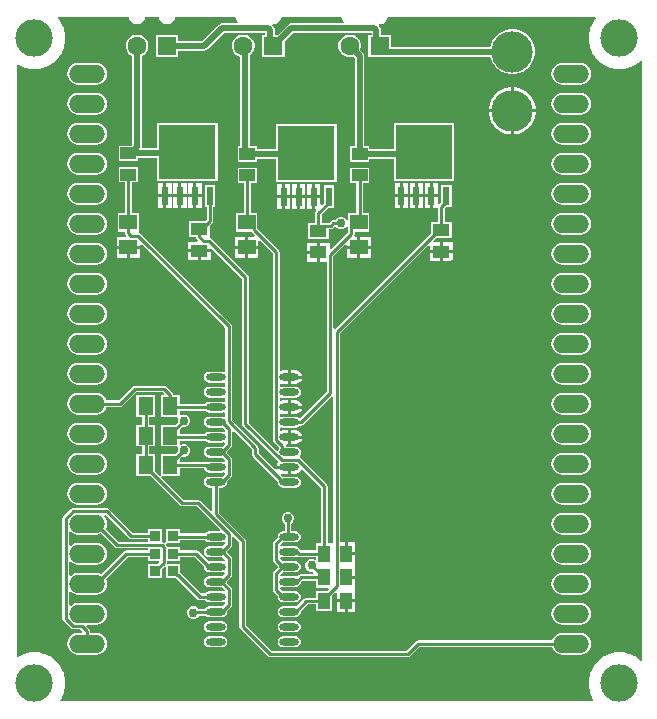
<source format=gtl>
G04*
G04 #@! TF.GenerationSoftware,Altium Limited,Altium Designer,22.11.1 (43)*
G04*
G04 Layer_Physical_Order=1*
G04 Layer_Color=255*
%FSLAX44Y44*%
%MOMM*%
G71*
G04*
G04 #@! TF.SameCoordinates,6F39B8F3-CC53-4608-B2D3-CFCE14ACC53A*
G04*
G04*
G04 #@! TF.FilePolarity,Positive*
G04*
G01*
G75*
%ADD14O,1.6500X0.6000*%
%ADD15R,1.3500X1.0000*%
%ADD16R,1.5000X1.2500*%
%ADD17R,1.4500X1.0500*%
%ADD18R,1.0500X1.4500*%
%ADD19R,0.9000X0.9000*%
%ADD20R,1.2500X1.5000*%
%ADD21R,0.6000X1.6200*%
%ADD36R,4.8000X4.5800*%
%ADD37C,0.2540*%
%ADD38C,0.5080*%
%ADD39R,1.6000X1.6000*%
%ADD40C,1.6000*%
%ADD41C,3.5000*%
%ADD42O,3.0480X1.5240*%
%ADD43C,3.1750*%
%ADD44C,0.6000*%
%ADD45C,0.7564*%
G36*
X285276Y589475D02*
X285755Y587689D01*
X286680Y586087D01*
X287353Y585414D01*
X286827Y584144D01*
X242700D01*
X241114Y583828D01*
X239770Y582930D01*
X231364Y574524D01*
X229144D01*
Y578066D01*
X228828Y579651D01*
X227930Y580996D01*
X226820Y582106D01*
X227346Y583376D01*
X228624D01*
X230411Y583855D01*
X232013Y584780D01*
X233320Y586087D01*
X234245Y587689D01*
X234724Y589475D01*
Y589751D01*
X285276D01*
Y589475D01*
D02*
G37*
G36*
X500828Y588481D02*
X500511Y588068D01*
X499848Y587313D01*
X498111Y584713D01*
X497667Y583812D01*
X497164Y582941D01*
X495967Y580052D01*
X495707Y579081D01*
X495384Y578130D01*
X494774Y575063D01*
X494709Y574060D01*
X494577Y573064D01*
Y569936D01*
X494709Y568940D01*
X494774Y567937D01*
X495384Y564870D01*
X495707Y563918D01*
X495967Y562948D01*
X497164Y560059D01*
X497667Y559188D01*
X498111Y558287D01*
X499848Y555687D01*
X500511Y554931D01*
X501123Y554134D01*
X503334Y551923D01*
X504132Y551311D01*
X504887Y550648D01*
X507487Y548911D01*
X508388Y548467D01*
X509259Y547964D01*
X512148Y546767D01*
X513119Y546507D01*
X514070Y546184D01*
X517137Y545574D01*
X518140Y545508D01*
X519136Y545377D01*
X522263D01*
X523260Y545508D01*
X524263Y545574D01*
X527330Y546184D01*
X528281Y546507D01*
X529252Y546767D01*
X532141Y547964D01*
X533012Y548467D01*
X533913Y548911D01*
X536513Y550648D01*
X537268Y551311D01*
X538066Y551923D01*
X538578Y552435D01*
X539751Y551949D01*
Y44951D01*
X538578Y44465D01*
X538066Y44977D01*
X537268Y45589D01*
X536513Y46252D01*
X533913Y47989D01*
X533012Y48433D01*
X532141Y48936D01*
X529252Y50132D01*
X528281Y50393D01*
X527330Y50716D01*
X524263Y51326D01*
X523260Y51392D01*
X522263Y51523D01*
X519136D01*
X518140Y51392D01*
X517137Y51326D01*
X514070Y50716D01*
X513119Y50393D01*
X512148Y50132D01*
X509259Y48936D01*
X508388Y48433D01*
X507487Y47989D01*
X504887Y46252D01*
X504132Y45589D01*
X503334Y44977D01*
X501123Y42766D01*
X500511Y41968D01*
X499848Y41213D01*
X498111Y38613D01*
X497667Y37712D01*
X497164Y36841D01*
X495967Y33952D01*
X495707Y32981D01*
X495384Y32030D01*
X494774Y28963D01*
X494709Y27960D01*
X494577Y26964D01*
Y23836D01*
X494709Y22840D01*
X494774Y21837D01*
X495384Y18770D01*
X495707Y17818D01*
X495967Y16848D01*
X497164Y13959D01*
X497667Y13088D01*
X498111Y12187D01*
X498659Y11368D01*
X498060Y10248D01*
X48040D01*
X47441Y11368D01*
X47989Y12187D01*
X48433Y13088D01*
X48936Y13959D01*
X50132Y16848D01*
X50393Y17819D01*
X50716Y18770D01*
X51326Y21837D01*
X51392Y22840D01*
X51523Y23836D01*
Y26964D01*
X51392Y27960D01*
X51326Y28963D01*
X50716Y32030D01*
X50393Y32981D01*
X50132Y33952D01*
X48936Y36841D01*
X48433Y37712D01*
X47989Y38613D01*
X46252Y41213D01*
X45589Y41968D01*
X44977Y42766D01*
X42766Y44977D01*
X41968Y45589D01*
X41213Y46252D01*
X38613Y47989D01*
X37712Y48433D01*
X36841Y48936D01*
X33952Y50132D01*
X32981Y50393D01*
X32030Y50716D01*
X28963Y51326D01*
X27960Y51392D01*
X26964Y51523D01*
X23836D01*
X22840Y51392D01*
X21837Y51326D01*
X18770Y50716D01*
X17819Y50393D01*
X16848Y50132D01*
X13959Y48936D01*
X13088Y48433D01*
X12187Y47989D01*
X11368Y47441D01*
X10248Y48040D01*
Y548860D01*
X11368Y549459D01*
X12187Y548911D01*
X13088Y548467D01*
X13959Y547964D01*
X16848Y546767D01*
X17819Y546507D01*
X18770Y546184D01*
X21837Y545574D01*
X22840Y545508D01*
X23836Y545377D01*
X26964D01*
X27960Y545508D01*
X28963Y545574D01*
X32030Y546184D01*
X32981Y546507D01*
X33952Y546767D01*
X36841Y547964D01*
X37712Y548467D01*
X38613Y548911D01*
X41213Y550648D01*
X41968Y551311D01*
X42766Y551923D01*
X44977Y554134D01*
X45589Y554932D01*
X46252Y555687D01*
X47989Y558287D01*
X48433Y559188D01*
X48936Y560059D01*
X50132Y562948D01*
X50393Y563919D01*
X50716Y564870D01*
X51326Y567937D01*
X51392Y568940D01*
X51523Y569936D01*
Y573064D01*
X51392Y574060D01*
X51326Y575063D01*
X50716Y578130D01*
X50393Y579081D01*
X50132Y580052D01*
X48936Y582941D01*
X48433Y583812D01*
X47989Y584713D01*
X46252Y587313D01*
X45589Y588069D01*
X45272Y588481D01*
X45791Y589751D01*
X105276D01*
Y589475D01*
X105755Y587689D01*
X106679Y586087D01*
X107987Y584780D01*
X109589Y583855D01*
X111375Y583376D01*
X113225D01*
X115011Y583855D01*
X116613Y584780D01*
X117921Y586087D01*
X118845Y587689D01*
X119324Y589475D01*
Y589751D01*
X130676D01*
Y589475D01*
X131155Y587689D01*
X132079Y586087D01*
X133387Y584780D01*
X134989Y583855D01*
X136775Y583376D01*
X138625D01*
X140411Y583855D01*
X142013Y584780D01*
X143321Y586087D01*
X144245Y587689D01*
X144724Y589475D01*
Y589751D01*
X195276D01*
Y589475D01*
X195755Y587689D01*
X196679Y586087D01*
X197353Y585414D01*
X196827Y584144D01*
X184196D01*
X182611Y583828D01*
X181266Y582930D01*
X167480Y569144D01*
X147224D01*
Y574524D01*
X128176D01*
Y555476D01*
X147224D01*
Y560857D01*
X169196D01*
X170782Y561172D01*
X172127Y562070D01*
X185913Y575856D01*
X220856D01*
Y574524D01*
X218176D01*
Y555476D01*
X237224D01*
Y568664D01*
X244416Y575856D01*
X310856D01*
Y574524D01*
X308176D01*
Y555476D01*
X327224D01*
Y555856D01*
X411428D01*
X411707Y554451D01*
X413141Y550989D01*
X415223Y547873D01*
X417873Y545223D01*
X420989Y543141D01*
X424451Y541707D01*
X428126Y540976D01*
X431874D01*
X435549Y541707D01*
X439011Y543141D01*
X442127Y545223D01*
X444777Y547873D01*
X446859Y550989D01*
X448293Y554451D01*
X449024Y558126D01*
Y561874D01*
X448293Y565549D01*
X446859Y569011D01*
X444777Y572127D01*
X442127Y574777D01*
X439011Y576859D01*
X435549Y578293D01*
X431874Y579024D01*
X428126D01*
X424451Y578293D01*
X420989Y576859D01*
X417873Y574777D01*
X415223Y572127D01*
X413141Y569011D01*
X411707Y565549D01*
X411428Y564143D01*
X327224D01*
Y574524D01*
X319144D01*
Y578066D01*
X318828Y579651D01*
X317930Y580996D01*
X316820Y582106D01*
X317346Y583376D01*
X318625D01*
X320411Y583855D01*
X322013Y584780D01*
X323321Y586087D01*
X324245Y587689D01*
X324724Y589475D01*
Y589751D01*
X500309D01*
X500828Y588481D01*
D02*
G37*
%LPC*%
G36*
X487619Y550522D02*
X472379D01*
X469992Y550208D01*
X467768Y549287D01*
X465858Y547821D01*
X464392Y545911D01*
X463470Y543686D01*
X463156Y541299D01*
X463470Y538912D01*
X464392Y536688D01*
X465858Y534778D01*
X467768Y533312D01*
X469992Y532391D01*
X472379Y532076D01*
X487619D01*
X490006Y532391D01*
X492230Y533312D01*
X494141Y534778D01*
X495606Y536688D01*
X496528Y538912D01*
X496842Y541299D01*
X496528Y543686D01*
X495606Y545911D01*
X494141Y547821D01*
X492230Y549287D01*
X490006Y550208D01*
X487619Y550522D01*
D02*
G37*
G36*
X77620D02*
X62380D01*
X59993Y550208D01*
X57768Y549287D01*
X55858Y547821D01*
X54393Y545911D01*
X53471Y543686D01*
X53157Y541299D01*
X53471Y538912D01*
X54393Y536688D01*
X55858Y534778D01*
X57768Y533312D01*
X59993Y532391D01*
X62380Y532076D01*
X77620D01*
X80007Y532391D01*
X82231Y533312D01*
X84141Y534778D01*
X85607Y536688D01*
X86529Y538912D01*
X86843Y541299D01*
X86529Y543686D01*
X85607Y545911D01*
X84141Y547821D01*
X82231Y549287D01*
X80007Y550208D01*
X77620Y550522D01*
D02*
G37*
G36*
X431974Y530040D02*
X431270D01*
Y511270D01*
X450040D01*
Y511974D01*
X449270Y515845D01*
X447759Y519492D01*
X445566Y522775D01*
X442775Y525566D01*
X439493Y527759D01*
X435846Y529270D01*
X431974Y530040D01*
D02*
G37*
G36*
X428730D02*
X428026D01*
X424155Y529270D01*
X420508Y527759D01*
X417225Y525566D01*
X414434Y522775D01*
X412241Y519492D01*
X410730Y515845D01*
X409960Y511974D01*
Y511270D01*
X428730D01*
Y530040D01*
D02*
G37*
G36*
X487619Y525122D02*
X472379D01*
X469992Y524808D01*
X467768Y523887D01*
X465858Y522421D01*
X464392Y520511D01*
X463470Y518287D01*
X463156Y515899D01*
X463470Y513512D01*
X464392Y511288D01*
X465858Y509378D01*
X467768Y507912D01*
X469992Y506991D01*
X472379Y506676D01*
X487619D01*
X490006Y506991D01*
X492230Y507912D01*
X494141Y509378D01*
X495606Y511288D01*
X496528Y513512D01*
X496842Y515899D01*
X496528Y518287D01*
X495606Y520511D01*
X494141Y522421D01*
X492230Y523887D01*
X490006Y524808D01*
X487619Y525122D01*
D02*
G37*
G36*
X77620D02*
X62380D01*
X59993Y524808D01*
X57768Y523887D01*
X55858Y522421D01*
X54393Y520511D01*
X53471Y518287D01*
X53157Y515899D01*
X53471Y513512D01*
X54393Y511288D01*
X55858Y509378D01*
X57768Y507912D01*
X59993Y506991D01*
X62380Y506676D01*
X77620D01*
X80007Y506991D01*
X82231Y507912D01*
X84141Y509378D01*
X85607Y511288D01*
X86529Y513512D01*
X86843Y515899D01*
X86529Y518287D01*
X85607Y520511D01*
X84141Y522421D01*
X82231Y523887D01*
X80007Y524808D01*
X77620Y525122D01*
D02*
G37*
G36*
X450040Y508730D02*
X431270D01*
Y489960D01*
X431974D01*
X435846Y490730D01*
X439493Y492241D01*
X442775Y494434D01*
X445566Y497225D01*
X447759Y500508D01*
X449270Y504155D01*
X450040Y508026D01*
Y508730D01*
D02*
G37*
G36*
X428730D02*
X409960D01*
Y508026D01*
X410730Y504155D01*
X412241Y500508D01*
X414434Y497225D01*
X417225Y494434D01*
X420508Y492241D01*
X424155Y490730D01*
X428026Y489960D01*
X428730D01*
Y508730D01*
D02*
G37*
G36*
X487619Y499722D02*
X472379D01*
X469992Y499408D01*
X467768Y498487D01*
X465858Y497021D01*
X464392Y495111D01*
X463470Y492887D01*
X463156Y490499D01*
X463470Y488112D01*
X464392Y485888D01*
X465858Y483978D01*
X467768Y482512D01*
X469992Y481591D01*
X472379Y481277D01*
X487619D01*
X490006Y481591D01*
X492230Y482512D01*
X494141Y483978D01*
X495606Y485888D01*
X496528Y488112D01*
X496842Y490499D01*
X496528Y492887D01*
X495606Y495111D01*
X494141Y497021D01*
X492230Y498487D01*
X490006Y499408D01*
X487619Y499722D01*
D02*
G37*
G36*
X77620D02*
X62380D01*
X59993Y499408D01*
X57768Y498487D01*
X55858Y497021D01*
X54393Y495111D01*
X53471Y492887D01*
X53157Y490499D01*
X53471Y488112D01*
X54393Y485888D01*
X55858Y483978D01*
X57768Y482512D01*
X59993Y481591D01*
X62380Y481277D01*
X77620D01*
X80007Y481591D01*
X82231Y482512D01*
X84141Y483978D01*
X85607Y485888D01*
X86529Y488112D01*
X86843Y490499D01*
X86529Y492887D01*
X85607Y495111D01*
X84141Y497021D01*
X82231Y498487D01*
X80007Y499408D01*
X77620Y499722D01*
D02*
G37*
G36*
X487619Y474322D02*
X472379D01*
X469992Y474008D01*
X467768Y473087D01*
X465858Y471621D01*
X464392Y469711D01*
X463470Y467486D01*
X463156Y465099D01*
X463470Y462712D01*
X464392Y460488D01*
X465858Y458578D01*
X467768Y457112D01*
X469992Y456191D01*
X472379Y455877D01*
X487619D01*
X490006Y456191D01*
X492230Y457112D01*
X494141Y458578D01*
X495606Y460488D01*
X496528Y462712D01*
X496842Y465099D01*
X496528Y467486D01*
X495606Y469711D01*
X494141Y471621D01*
X492230Y473087D01*
X490006Y474008D01*
X487619Y474322D01*
D02*
G37*
G36*
X77620D02*
X62380D01*
X59993Y474008D01*
X57768Y473087D01*
X55858Y471621D01*
X54393Y469711D01*
X53471Y467486D01*
X53157Y465099D01*
X53471Y462712D01*
X54393Y460488D01*
X55858Y458578D01*
X57768Y457112D01*
X59993Y456191D01*
X62380Y455877D01*
X77620D01*
X80007Y456191D01*
X82231Y457112D01*
X84141Y458578D01*
X85607Y460488D01*
X86529Y462712D01*
X86843Y465099D01*
X86529Y467486D01*
X85607Y469711D01*
X84141Y471621D01*
X82231Y473087D01*
X80007Y474008D01*
X77620Y474322D01*
D02*
G37*
G36*
X293554Y574524D02*
X291046D01*
X288624Y573875D01*
X286452Y572621D01*
X284679Y570848D01*
X283425Y568676D01*
X282776Y566254D01*
Y563746D01*
X283425Y561324D01*
X284679Y559152D01*
X286452Y557379D01*
X288624Y556125D01*
X291046Y555476D01*
X293554D01*
X295249Y555930D01*
X296556Y554622D01*
Y479824D01*
X292426D01*
Y466776D01*
X308974D01*
Y469156D01*
X329476D01*
Y450576D01*
X380524D01*
Y499424D01*
X329476D01*
Y477444D01*
X308974D01*
Y479824D01*
X304844D01*
Y556339D01*
X304528Y557925D01*
X303630Y559269D01*
X301260Y561639D01*
X301824Y563746D01*
Y566254D01*
X301175Y568676D01*
X299921Y570848D01*
X298148Y572621D01*
X295976Y573875D01*
X293554Y574524D01*
D02*
G37*
G36*
X113554D02*
X111046D01*
X108624Y573875D01*
X106452Y572621D01*
X104679Y570848D01*
X103425Y568676D01*
X102776Y566254D01*
Y563746D01*
X103425Y561324D01*
X104679Y559152D01*
X106452Y557379D01*
X108156Y556395D01*
Y481266D01*
X107414Y480524D01*
X96726D01*
Y467476D01*
X113274D01*
Y469856D01*
X129476D01*
Y450576D01*
X180524D01*
Y499424D01*
X129476D01*
Y478144D01*
X117254D01*
X116417Y479414D01*
X116444Y479550D01*
Y556395D01*
X118148Y557379D01*
X119921Y559152D01*
X121175Y561324D01*
X121824Y563746D01*
Y566254D01*
X121175Y568676D01*
X119921Y570848D01*
X118148Y572621D01*
X115976Y573875D01*
X113554Y574524D01*
D02*
G37*
G36*
X203554D02*
X201046D01*
X198624Y573875D01*
X196452Y572621D01*
X194679Y570848D01*
X193425Y568676D01*
X192776Y566254D01*
Y563746D01*
X193425Y561324D01*
X194679Y559152D01*
X196452Y557379D01*
X198624Y556125D01*
X199856Y555795D01*
Y479824D01*
X197426D01*
Y466776D01*
X213974D01*
Y469156D01*
X230176D01*
Y449876D01*
X281224D01*
Y498724D01*
X230176D01*
Y477444D01*
X213974D01*
Y479824D01*
X208144D01*
Y557377D01*
X208148Y557379D01*
X209921Y559152D01*
X211175Y561324D01*
X211824Y563746D01*
Y566254D01*
X211175Y568676D01*
X209921Y570848D01*
X208148Y572621D01*
X205976Y573875D01*
X203554Y574524D01*
D02*
G37*
G36*
X366890Y448540D02*
X362620D01*
Y439170D01*
X366890D01*
Y448540D01*
D02*
G37*
G36*
X354190D02*
X349920D01*
Y439170D01*
X354190D01*
Y448540D01*
D02*
G37*
G36*
X341490D02*
X337220D01*
Y439170D01*
X341490D01*
Y448540D01*
D02*
G37*
G36*
X166890D02*
X162620D01*
Y439170D01*
X166890D01*
Y448540D01*
D02*
G37*
G36*
X154190D02*
X149920D01*
Y439170D01*
X154190D01*
Y448540D01*
D02*
G37*
G36*
X141490D02*
X137220D01*
Y439170D01*
X141490D01*
Y448540D01*
D02*
G37*
G36*
X360080D02*
X355810D01*
Y439170D01*
X360080D01*
Y448540D01*
D02*
G37*
G36*
X347380D02*
X343110D01*
Y439170D01*
X347380D01*
Y448540D01*
D02*
G37*
G36*
X334680D02*
X330410D01*
Y439170D01*
X334680D01*
Y448540D01*
D02*
G37*
G36*
X160080D02*
X155810D01*
Y439170D01*
X160080D01*
Y448540D01*
D02*
G37*
G36*
X147380D02*
X143110D01*
Y439170D01*
X147380D01*
Y448540D01*
D02*
G37*
G36*
X134680D02*
X130410D01*
Y439170D01*
X134680D01*
Y448540D01*
D02*
G37*
G36*
X267590Y447840D02*
X263320D01*
Y438470D01*
X267590D01*
Y447840D01*
D02*
G37*
G36*
X254890D02*
X250620D01*
Y438470D01*
X254890D01*
Y447840D01*
D02*
G37*
G36*
X242190D02*
X237920D01*
Y438470D01*
X242190D01*
Y447840D01*
D02*
G37*
G36*
X260780D02*
X256510D01*
Y438470D01*
X260780D01*
Y447840D01*
D02*
G37*
G36*
X248080D02*
X243810D01*
Y438470D01*
X248080D01*
Y447840D01*
D02*
G37*
G36*
X235380D02*
X231110D01*
Y438470D01*
X235380D01*
Y447840D01*
D02*
G37*
G36*
X487619Y448922D02*
X472379D01*
X469992Y448608D01*
X467768Y447687D01*
X465858Y446221D01*
X464392Y444311D01*
X463470Y442086D01*
X463156Y439699D01*
X463470Y437312D01*
X464392Y435088D01*
X465858Y433178D01*
X467768Y431712D01*
X469992Y430791D01*
X472379Y430476D01*
X487619D01*
X490006Y430791D01*
X492230Y431712D01*
X494141Y433178D01*
X495606Y435088D01*
X496528Y437312D01*
X496842Y439699D01*
X496528Y442086D01*
X495606Y444311D01*
X494141Y446221D01*
X492230Y447687D01*
X490006Y448608D01*
X487619Y448922D01*
D02*
G37*
G36*
X77620D02*
X62380D01*
X59993Y448608D01*
X57768Y447687D01*
X55858Y446221D01*
X54393Y444311D01*
X53471Y442086D01*
X53157Y439699D01*
X53471Y437312D01*
X54393Y435088D01*
X55858Y433178D01*
X57768Y431712D01*
X59993Y430791D01*
X62380Y430476D01*
X77620D01*
X80007Y430791D01*
X82231Y431712D01*
X84141Y433178D01*
X85607Y435088D01*
X86529Y437312D01*
X86843Y439699D01*
X86529Y442086D01*
X85607Y444311D01*
X84141Y446221D01*
X82231Y447687D01*
X80007Y448608D01*
X77620Y448922D01*
D02*
G37*
G36*
X354190Y436630D02*
X349920D01*
Y427260D01*
X354190D01*
Y436630D01*
D02*
G37*
G36*
X347380D02*
X343110D01*
Y427260D01*
X347380D01*
Y436630D01*
D02*
G37*
G36*
X341490D02*
X337220D01*
Y427260D01*
X341490D01*
Y436630D01*
D02*
G37*
G36*
X334680D02*
X330410D01*
Y427260D01*
X334680D01*
Y436630D01*
D02*
G37*
G36*
X166890D02*
X162620D01*
Y427260D01*
X166890D01*
Y436630D01*
D02*
G37*
G36*
X160080D02*
X155810D01*
Y427260D01*
X160080D01*
Y436630D01*
D02*
G37*
G36*
X154190D02*
X149920D01*
Y427260D01*
X154190D01*
Y436630D01*
D02*
G37*
G36*
X147380D02*
X143110D01*
Y427260D01*
X147380D01*
Y436630D01*
D02*
G37*
G36*
X141490D02*
X137220D01*
Y427260D01*
X141490D01*
Y436630D01*
D02*
G37*
G36*
X134680D02*
X130410D01*
Y427260D01*
X134680D01*
Y436630D01*
D02*
G37*
G36*
X360080D02*
X355810D01*
Y427260D01*
X360080D01*
Y436630D01*
D02*
G37*
G36*
X260780Y435930D02*
X256510D01*
Y426560D01*
X260780D01*
Y435930D01*
D02*
G37*
G36*
X254890D02*
X250620D01*
Y426560D01*
X254890D01*
Y435930D01*
D02*
G37*
G36*
X248080D02*
X243810D01*
Y426560D01*
X248080D01*
Y435930D01*
D02*
G37*
G36*
X242190D02*
X237920D01*
Y426560D01*
X242190D01*
Y435930D01*
D02*
G37*
G36*
X235380D02*
X231110D01*
Y426560D01*
X235380D01*
Y435930D01*
D02*
G37*
G36*
X308974Y461824D02*
X292426D01*
Y448776D01*
X297851D01*
Y423274D01*
X290976D01*
Y417757D01*
X289706Y417504D01*
X289498Y418006D01*
X288006Y419498D01*
X286055Y420306D01*
X283944D01*
X281994Y419498D01*
X280502Y418006D01*
X280347Y417632D01*
X278424D01*
X278424Y417632D01*
X277334Y417415D01*
X276410Y416798D01*
X276409Y416798D01*
X274990Y415379D01*
X269680D01*
X268549Y416163D01*
Y421870D01*
X274254Y427576D01*
X279274D01*
Y446824D01*
X270226D01*
Y431605D01*
X268763Y430142D01*
X267590Y430628D01*
Y435930D01*
X263320D01*
Y426560D01*
X263522D01*
X264008Y425387D01*
X263685Y425064D01*
X263068Y424140D01*
X262851Y423050D01*
X262851Y423050D01*
Y415324D01*
X256926D01*
Y401776D01*
X274474D01*
Y409681D01*
X276170D01*
X276170Y409681D01*
X277260Y409898D01*
X278185Y410516D01*
X279383Y411714D01*
X280782D01*
X281994Y410502D01*
X283944Y409694D01*
X286055D01*
X288006Y410502D01*
X289498Y411994D01*
X289706Y412496D01*
X290976Y412243D01*
Y410795D01*
X290921Y410520D01*
X290921Y410520D01*
Y407151D01*
X276663Y392893D01*
X275490Y393379D01*
Y397840D01*
X266970D01*
Y390050D01*
Y382260D01*
X272895D01*
Y272170D01*
X250285Y249560D01*
X249762Y249612D01*
X248265Y250611D01*
X246500Y250963D01*
X236000D01*
X234325Y250629D01*
X234040Y250644D01*
X233055Y251170D01*
Y252944D01*
X234325Y253735D01*
X236000Y253402D01*
X239980D01*
Y259050D01*
Y264699D01*
X236000D01*
X234325Y264365D01*
X233055Y265156D01*
Y266930D01*
X234040Y267456D01*
X234325Y267471D01*
X236000Y267137D01*
X246500D01*
X248265Y267488D01*
X249762Y268488D01*
X250762Y269985D01*
X251113Y271750D01*
X250762Y273515D01*
X249762Y275012D01*
X248265Y276012D01*
X246500Y276363D01*
X236000D01*
X234325Y276029D01*
X234040Y276044D01*
X233055Y276570D01*
Y278344D01*
X234325Y279135D01*
X236000Y278801D01*
X239980D01*
Y284450D01*
Y290099D01*
X236000D01*
X234325Y289765D01*
X233055Y290556D01*
Y390294D01*
X233055Y390294D01*
X232838Y391384D01*
X232221Y392308D01*
X232220Y392308D01*
X214079Y410450D01*
Y410520D01*
X214079Y410520D01*
X214024Y410796D01*
Y423274D01*
X208549D01*
Y448776D01*
X213974D01*
Y461824D01*
X197426D01*
Y448776D01*
X202851D01*
Y423274D01*
X195976D01*
Y407726D01*
X208901D01*
X209216Y407256D01*
X212008Y404463D01*
X211522Y403290D01*
X206270D01*
Y395770D01*
X215040D01*
Y399772D01*
X216213Y400258D01*
X227358Y389114D01*
Y231250D01*
X227358Y231250D01*
X227574Y230160D01*
X228192Y229236D01*
X232489Y224938D01*
Y223839D01*
X231790Y222792D01*
X231578Y222600D01*
X230509Y222276D01*
X206908Y245877D01*
Y368891D01*
X206908Y368891D01*
X206692Y369981D01*
X206074Y370906D01*
X206074Y370906D01*
X175422Y401558D01*
X174497Y402176D01*
X174367Y402202D01*
X173774Y403226D01*
X173774Y403516D01*
Y412746D01*
X176064Y415036D01*
X176064Y415036D01*
X176682Y415960D01*
X176899Y417050D01*
X176899Y417050D01*
Y428276D01*
X178574D01*
Y447524D01*
X169526D01*
Y428276D01*
X171201D01*
Y418230D01*
X169745Y416774D01*
X156226D01*
Y403226D01*
X160939D01*
X162151Y403147D01*
X162368Y402056D01*
X162986Y401132D01*
X163654Y400463D01*
X163169Y399290D01*
X155210D01*
Y392770D01*
X165000D01*
X175506D01*
X175963Y392959D01*
X201211Y367711D01*
Y244697D01*
X201211Y244697D01*
X201428Y243606D01*
X202045Y242682D01*
X232049Y212679D01*
X232006Y212244D01*
X230782Y210412D01*
X230604Y209520D01*
X241250D01*
Y208250D01*
X242520D01*
Y202602D01*
X246500D01*
X248662Y203032D01*
X250494Y204256D01*
X251443Y205676D01*
X252901Y206015D01*
X267901Y191014D01*
Y143774D01*
X263976D01*
Y137849D01*
X250894D01*
X250762Y138515D01*
X249762Y140012D01*
X248265Y141012D01*
X246500Y141363D01*
X236000D01*
X234578Y141080D01*
X233394Y141818D01*
X233304Y142725D01*
X235513Y144934D01*
X236000Y144837D01*
X246500D01*
X248265Y145189D01*
X249762Y146188D01*
X250762Y147685D01*
X251113Y149450D01*
X250762Y151215D01*
X249762Y152712D01*
X248265Y153712D01*
X246500Y154063D01*
X242849D01*
Y160437D01*
X243006Y160502D01*
X244498Y161994D01*
X245306Y163945D01*
Y166055D01*
X244498Y168006D01*
X243006Y169498D01*
X241055Y170306D01*
X238945D01*
X236994Y169498D01*
X235502Y168006D01*
X234694Y166055D01*
Y163945D01*
X235502Y161994D01*
X236994Y160502D01*
X237151Y160437D01*
Y154063D01*
X236000D01*
X234235Y153712D01*
X232739Y152712D01*
X231739Y151215D01*
X231388Y149450D01*
X231485Y148963D01*
X228192Y145670D01*
X227574Y144746D01*
X227358Y143656D01*
X227358Y143656D01*
Y129844D01*
X227358Y129844D01*
X227574Y128754D01*
X228192Y127830D01*
X231275Y124746D01*
Y123354D01*
X228192Y120270D01*
X227574Y119346D01*
X227358Y118256D01*
X227358Y118256D01*
Y104444D01*
X227358Y104444D01*
X227574Y103354D01*
X228192Y102430D01*
X231485Y99137D01*
X231388Y98650D01*
X231739Y96885D01*
X232739Y95388D01*
X234235Y94389D01*
X236000Y94037D01*
X246500D01*
X248265Y94389D01*
X249762Y95388D01*
X250762Y96885D01*
X251113Y98650D01*
X250762Y100415D01*
X249762Y101912D01*
X248265Y102912D01*
X246500Y103263D01*
X236000D01*
X235513Y103166D01*
X233304Y105375D01*
X233394Y106282D01*
X234578Y107020D01*
X236000Y106737D01*
X246500D01*
X248265Y107088D01*
X249762Y108088D01*
X250762Y109585D01*
X251036Y110963D01*
X252224Y112151D01*
X263976D01*
Y106226D01*
X274288D01*
X274774Y105053D01*
X273495Y103774D01*
X263976D01*
Y97849D01*
X255550D01*
X255550Y97849D01*
X254460Y97632D01*
X253536Y97014D01*
X253536Y97014D01*
X246987Y90466D01*
X246500Y90563D01*
X236000D01*
X234235Y90212D01*
X232739Y89212D01*
X231739Y87715D01*
X231388Y85950D01*
X231739Y84185D01*
X232739Y82688D01*
X234235Y81688D01*
X236000Y81337D01*
X246500D01*
X248265Y81688D01*
X249762Y82688D01*
X250762Y84185D01*
X251113Y85950D01*
X251016Y86437D01*
X256730Y92151D01*
X263976D01*
Y86226D01*
X277524D01*
Y99745D01*
X280287Y102508D01*
X281460Y102022D01*
Y96270D01*
X289250D01*
X297040D01*
Y104790D01*
X297040Y104790D01*
Y105210D01*
X297040D01*
X297040Y106060D01*
Y113730D01*
X289250D01*
Y116270D01*
X297040D01*
Y124790D01*
X297040D01*
X297040Y125210D01*
X297040D01*
Y133730D01*
X289250D01*
Y135000D01*
X287980D01*
Y144790D01*
X284055D01*
Y321276D01*
X359036Y396258D01*
X360210Y395772D01*
Y392020D01*
X368730D01*
Y398540D01*
X362978D01*
X362492Y399713D01*
X365255Y402476D01*
X378774D01*
Y416024D01*
X372849D01*
Y427570D01*
X373555Y428276D01*
X378574D01*
Y447524D01*
X369526D01*
Y432305D01*
X368160Y430939D01*
X367458Y431075D01*
X366890Y431411D01*
Y436630D01*
X362620D01*
Y427260D01*
X366890Y427260D01*
X367151Y426098D01*
Y416024D01*
X361226D01*
Y406505D01*
X279862Y325141D01*
X278592Y325667D01*
Y386765D01*
X288787Y396959D01*
X289960Y396473D01*
Y395770D01*
X298730D01*
Y403290D01*
X296866D01*
X296187Y404560D01*
X296402Y404881D01*
X296619Y405971D01*
Y407726D01*
X309024D01*
Y423274D01*
X303549D01*
Y448776D01*
X308974D01*
Y461824D01*
D02*
G37*
G36*
X487619Y423522D02*
X472379D01*
X469992Y423208D01*
X467768Y422287D01*
X465858Y420821D01*
X464392Y418911D01*
X463470Y416687D01*
X463156Y414299D01*
X463470Y411912D01*
X464392Y409688D01*
X465858Y407778D01*
X467768Y406312D01*
X469992Y405391D01*
X472379Y405076D01*
X487619D01*
X490006Y405391D01*
X492230Y406312D01*
X494141Y407778D01*
X495606Y409688D01*
X496528Y411912D01*
X496842Y414299D01*
X496528Y416687D01*
X495606Y418911D01*
X494141Y420821D01*
X492230Y422287D01*
X490006Y423208D01*
X487619Y423522D01*
D02*
G37*
G36*
X77620D02*
X62380D01*
X59993Y423208D01*
X57768Y422287D01*
X55858Y420821D01*
X54393Y418911D01*
X53471Y416687D01*
X53157Y414299D01*
X53471Y411912D01*
X54393Y409688D01*
X55858Y407778D01*
X57768Y406312D01*
X59993Y405391D01*
X62380Y405076D01*
X77620D01*
X80007Y405391D01*
X82231Y406312D01*
X84141Y407778D01*
X85607Y409688D01*
X86529Y411912D01*
X86843Y414299D01*
X86529Y416687D01*
X85607Y418911D01*
X84141Y420821D01*
X82231Y422287D01*
X80007Y423208D01*
X77620Y423522D01*
D02*
G37*
G36*
X203730Y403290D02*
X194960D01*
Y395770D01*
X203730D01*
Y403290D01*
D02*
G37*
G36*
X310040Y403290D02*
X301270D01*
Y395770D01*
X310040D01*
Y403290D01*
D02*
G37*
G36*
X379790Y398540D02*
X371270D01*
Y392020D01*
X379790D01*
Y398540D01*
D02*
G37*
G36*
X264430Y397840D02*
X255910D01*
Y391320D01*
X264430D01*
Y397840D01*
D02*
G37*
G36*
X115040Y393230D02*
X106270D01*
Y385710D01*
X115040D01*
Y393230D01*
D02*
G37*
G36*
X103730D02*
X94960D01*
Y385710D01*
X103730D01*
Y393230D01*
D02*
G37*
G36*
X215040Y393230D02*
X206270D01*
Y385710D01*
X215040D01*
Y393230D01*
D02*
G37*
G36*
X203730D02*
X194960D01*
Y385710D01*
X203730D01*
Y393230D01*
D02*
G37*
G36*
X310040Y393230D02*
X301270D01*
Y385710D01*
X310040D01*
Y393230D01*
D02*
G37*
G36*
X298730D02*
X289960D01*
Y385710D01*
X298730D01*
Y393230D01*
D02*
G37*
G36*
X174790Y390230D02*
X166270D01*
Y383710D01*
X174790D01*
Y390230D01*
D02*
G37*
G36*
X163730D02*
X155210D01*
Y383710D01*
X163730D01*
Y390230D01*
D02*
G37*
G36*
X379790Y389480D02*
X371270D01*
Y382960D01*
X379790D01*
Y389480D01*
D02*
G37*
G36*
X368730D02*
X360210D01*
Y382960D01*
X368730D01*
Y389480D01*
D02*
G37*
G36*
X264430Y388780D02*
X255910D01*
Y382260D01*
X264430D01*
Y388780D01*
D02*
G37*
G36*
X487619Y398122D02*
X472379D01*
X469992Y397808D01*
X467768Y396887D01*
X465858Y395421D01*
X464392Y393511D01*
X463470Y391287D01*
X463156Y388899D01*
X463470Y386512D01*
X464392Y384288D01*
X465858Y382378D01*
X467768Y380912D01*
X469992Y379991D01*
X472379Y379677D01*
X487619D01*
X490006Y379991D01*
X492230Y380912D01*
X494141Y382378D01*
X495606Y384288D01*
X496528Y386512D01*
X496842Y388899D01*
X496528Y391287D01*
X495606Y393511D01*
X494141Y395421D01*
X492230Y396887D01*
X490006Y397808D01*
X487619Y398122D01*
D02*
G37*
G36*
X77620D02*
X62380D01*
X59993Y397808D01*
X57768Y396887D01*
X55858Y395421D01*
X54393Y393511D01*
X53471Y391287D01*
X53157Y388899D01*
X53471Y386512D01*
X54393Y384288D01*
X55858Y382378D01*
X57768Y380912D01*
X59993Y379991D01*
X62380Y379677D01*
X77620D01*
X80007Y379991D01*
X82231Y380912D01*
X84141Y382378D01*
X85607Y384288D01*
X86529Y386512D01*
X86843Y388899D01*
X86529Y391287D01*
X85607Y393511D01*
X84141Y395421D01*
X82231Y396887D01*
X80007Y397808D01*
X77620Y398122D01*
D02*
G37*
G36*
X487619Y372722D02*
X472379D01*
X469992Y372408D01*
X467768Y371487D01*
X465858Y370021D01*
X464392Y368111D01*
X463470Y365886D01*
X463156Y363499D01*
X463470Y361112D01*
X464392Y358888D01*
X465858Y356978D01*
X467768Y355512D01*
X469992Y354591D01*
X472379Y354277D01*
X487619D01*
X490006Y354591D01*
X492230Y355512D01*
X494141Y356978D01*
X495606Y358888D01*
X496528Y361112D01*
X496842Y363499D01*
X496528Y365886D01*
X495606Y368111D01*
X494141Y370021D01*
X492230Y371487D01*
X490006Y372408D01*
X487619Y372722D01*
D02*
G37*
G36*
X77620D02*
X62380D01*
X59993Y372408D01*
X57768Y371487D01*
X55858Y370021D01*
X54393Y368111D01*
X53471Y365886D01*
X53157Y363499D01*
X53471Y361112D01*
X54393Y358888D01*
X55858Y356978D01*
X57768Y355512D01*
X59993Y354591D01*
X62380Y354277D01*
X77620D01*
X80007Y354591D01*
X82231Y355512D01*
X84141Y356978D01*
X85607Y358888D01*
X86529Y361112D01*
X86843Y363499D01*
X86529Y365886D01*
X85607Y368111D01*
X84141Y370021D01*
X82231Y371487D01*
X80007Y372408D01*
X77620Y372722D01*
D02*
G37*
G36*
X487619Y347322D02*
X472379D01*
X469992Y347008D01*
X467768Y346087D01*
X465858Y344621D01*
X464392Y342711D01*
X463470Y340486D01*
X463156Y338099D01*
X463470Y335712D01*
X464392Y333488D01*
X465858Y331578D01*
X467768Y330112D01*
X469992Y329191D01*
X472379Y328876D01*
X487619D01*
X490006Y329191D01*
X492230Y330112D01*
X494141Y331578D01*
X495606Y333488D01*
X496528Y335712D01*
X496842Y338099D01*
X496528Y340486D01*
X495606Y342711D01*
X494141Y344621D01*
X492230Y346087D01*
X490006Y347008D01*
X487619Y347322D01*
D02*
G37*
G36*
X77620D02*
X62380D01*
X59993Y347008D01*
X57768Y346087D01*
X55858Y344621D01*
X54393Y342711D01*
X53471Y340486D01*
X53157Y338099D01*
X53471Y335712D01*
X54393Y333488D01*
X55858Y331578D01*
X57768Y330112D01*
X59993Y329191D01*
X62380Y328876D01*
X77620D01*
X80007Y329191D01*
X82231Y330112D01*
X84141Y331578D01*
X85607Y333488D01*
X86529Y335712D01*
X86843Y338099D01*
X86529Y340486D01*
X85607Y342711D01*
X84141Y344621D01*
X82231Y346087D01*
X80007Y347008D01*
X77620Y347322D01*
D02*
G37*
G36*
X487619Y321922D02*
X472379D01*
X469992Y321608D01*
X467768Y320687D01*
X465858Y319221D01*
X464392Y317311D01*
X463470Y315086D01*
X463156Y312699D01*
X463470Y310312D01*
X464392Y308088D01*
X465858Y306178D01*
X467768Y304712D01*
X469992Y303791D01*
X472379Y303477D01*
X487619D01*
X490006Y303791D01*
X492230Y304712D01*
X494141Y306178D01*
X495606Y308088D01*
X496528Y310312D01*
X496842Y312699D01*
X496528Y315086D01*
X495606Y317311D01*
X494141Y319221D01*
X492230Y320687D01*
X490006Y321608D01*
X487619Y321922D01*
D02*
G37*
G36*
X77620D02*
X62380D01*
X59993Y321608D01*
X57768Y320687D01*
X55858Y319221D01*
X54393Y317311D01*
X53471Y315086D01*
X53157Y312699D01*
X53471Y310312D01*
X54393Y308088D01*
X55858Y306178D01*
X57768Y304712D01*
X59993Y303791D01*
X62380Y303477D01*
X77620D01*
X80007Y303791D01*
X82231Y304712D01*
X84141Y306178D01*
X85607Y308088D01*
X86529Y310312D01*
X86843Y312699D01*
X86529Y315086D01*
X85607Y317311D01*
X84141Y319221D01*
X82231Y320687D01*
X80007Y321608D01*
X77620Y321922D01*
D02*
G37*
G36*
X113274Y462524D02*
X96726D01*
Y449476D01*
X102151D01*
Y423274D01*
X95976D01*
Y407726D01*
X102151D01*
Y406456D01*
X102151Y406456D01*
X102368Y405366D01*
X102906Y404560D01*
X102723Y403807D01*
X102509Y403290D01*
X94960D01*
Y395770D01*
X105000D01*
X115040D01*
Y396473D01*
X116213Y396959D01*
X186945Y326227D01*
Y289270D01*
X185961Y288744D01*
X185675Y288729D01*
X184000Y289063D01*
X173500D01*
X171735Y288711D01*
X170238Y287712D01*
X169238Y286215D01*
X168887Y284450D01*
X169238Y282685D01*
X170238Y281188D01*
X171735Y280189D01*
X173500Y279837D01*
X184000D01*
X185675Y280171D01*
X185961Y280156D01*
X186945Y279630D01*
Y276570D01*
X185961Y276044D01*
X185675Y276029D01*
X184000Y276363D01*
X173500D01*
X171735Y276012D01*
X170238Y275012D01*
X169238Y273515D01*
X168887Y271750D01*
X169238Y269985D01*
X170238Y268488D01*
X171735Y267488D01*
X173500Y267137D01*
X184000D01*
X185675Y267471D01*
X185961Y267456D01*
X186945Y266930D01*
Y263870D01*
X185961Y263344D01*
X185675Y263329D01*
X184000Y263663D01*
X173500D01*
X171735Y263312D01*
X170238Y262312D01*
X169963Y261899D01*
X148274D01*
Y269024D01*
X143349D01*
Y269104D01*
X143132Y270194D01*
X142514Y271118D01*
X142514Y271118D01*
X137260Y276372D01*
X136336Y276990D01*
X135246Y277207D01*
X135246Y277207D01*
X110409D01*
X110409Y277207D01*
X109319Y276990D01*
X108395Y276372D01*
X108395Y276372D01*
X96771Y264748D01*
X86337D01*
X85607Y266511D01*
X84141Y268421D01*
X82231Y269887D01*
X80007Y270808D01*
X77620Y271122D01*
X62380D01*
X59993Y270808D01*
X57768Y269887D01*
X55858Y268421D01*
X54393Y266511D01*
X53471Y264286D01*
X53157Y261899D01*
X53471Y259512D01*
X54393Y257288D01*
X55858Y255378D01*
X57768Y253912D01*
X59993Y252991D01*
X62380Y252677D01*
X77620D01*
X80007Y252991D01*
X82231Y253912D01*
X84141Y255378D01*
X85607Y257288D01*
X86337Y259051D01*
X97950D01*
X97951Y259051D01*
X99041Y259268D01*
X99965Y259885D01*
X111589Y271509D01*
X134066D01*
X135378Y270197D01*
X134892Y269024D01*
X132726D01*
Y250976D01*
X146322D01*
X147171Y249706D01*
X146694Y248556D01*
Y246473D01*
X144245Y244024D01*
X132726D01*
Y225976D01*
X146322D01*
X147171Y224706D01*
X146694Y223555D01*
Y221473D01*
X144245Y219024D01*
X132726D01*
Y202183D01*
X132726Y201349D01*
X131565Y200714D01*
X127274Y205005D01*
Y219024D01*
X122349D01*
Y225976D01*
X127274D01*
Y244024D01*
X122349D01*
Y250976D01*
X127274D01*
Y269024D01*
X111726D01*
Y250976D01*
X116651D01*
Y244024D01*
X111726D01*
Y225976D01*
X116651D01*
Y219024D01*
X111726D01*
Y200976D01*
X123245D01*
X148426Y175796D01*
X148426Y175796D01*
X149350Y175178D01*
X150440Y174961D01*
X150440Y174961D01*
X162654D01*
X182379Y155236D01*
X181893Y154063D01*
X173500D01*
X171735Y153712D01*
X170238Y152712D01*
X169963Y152299D01*
X148524D01*
Y156024D01*
X136476D01*
X136476Y144905D01*
Y144812D01*
D01*
X136476Y144800D01*
X136349Y144747D01*
X135206Y144274D01*
X135172Y144308D01*
X134247Y144926D01*
X133524Y145070D01*
Y156024D01*
X121476D01*
Y152849D01*
X108628D01*
X88750Y172728D01*
X87825Y173345D01*
X86735Y173562D01*
X86735Y173562D01*
X58066D01*
X58066Y173562D01*
X56976Y173345D01*
X56052Y172728D01*
X49952Y166627D01*
X49334Y165703D01*
X49117Y164613D01*
X49117Y164613D01*
Y79786D01*
X49117Y79786D01*
X49334Y78696D01*
X49952Y77771D01*
X56052Y71671D01*
X56976Y71054D01*
X58066Y70837D01*
X58066Y70837D01*
X64248D01*
X65892Y69192D01*
X65366Y67922D01*
X62380D01*
X59993Y67608D01*
X57768Y66687D01*
X55858Y65221D01*
X54393Y63311D01*
X53471Y61087D01*
X53157Y58699D01*
X53471Y56312D01*
X54393Y54088D01*
X55858Y52178D01*
X57768Y50712D01*
X59993Y49791D01*
X62380Y49476D01*
X77620D01*
X80007Y49791D01*
X82231Y50712D01*
X84141Y52178D01*
X85607Y54088D01*
X86529Y56312D01*
X86843Y58699D01*
X86529Y61087D01*
X85607Y63311D01*
X84141Y65221D01*
X82231Y66687D01*
X80007Y67608D01*
X77620Y67922D01*
X72849D01*
Y69113D01*
X72632Y70204D01*
X72014Y71128D01*
X72014Y71128D01*
X69439Y73703D01*
X69925Y74876D01*
X77620D01*
X80007Y75191D01*
X82231Y76112D01*
X84141Y77578D01*
X85607Y79488D01*
X86529Y81712D01*
X86843Y84099D01*
X86529Y86487D01*
X85607Y88711D01*
X84141Y90621D01*
X82231Y92087D01*
X80007Y93008D01*
X77620Y93322D01*
X62380D01*
X59993Y93008D01*
X57768Y92087D01*
X56085Y90795D01*
X54815Y91160D01*
Y102439D01*
X56085Y102804D01*
X57768Y101512D01*
X59993Y100591D01*
X62380Y100276D01*
X77620D01*
X80007Y100591D01*
X82231Y101512D01*
X84141Y102978D01*
X85607Y104888D01*
X86529Y107112D01*
X86843Y109499D01*
X86529Y111887D01*
X85798Y113649D01*
X104300Y132151D01*
X121476D01*
Y128976D01*
X130651D01*
X131177Y127706D01*
X129495Y126024D01*
X121476D01*
Y113976D01*
X133524D01*
Y121995D01*
X135303Y123774D01*
X136476Y123288D01*
Y113976D01*
X145455D01*
X145730Y113921D01*
X145730Y113921D01*
X146006D01*
X163292Y96636D01*
X163292Y96636D01*
X164216Y96018D01*
X165306Y95801D01*
X169963D01*
X170238Y95388D01*
X171735Y94389D01*
X173500Y94037D01*
X184000D01*
X185509Y94338D01*
X186467Y93800D01*
X186764Y93551D01*
X186840Y92819D01*
X184487Y90466D01*
X184000Y90563D01*
X173500D01*
X171735Y90212D01*
X170238Y89212D01*
X169645Y88324D01*
X164180D01*
X163006Y89498D01*
X161056Y90306D01*
X158945D01*
X156994Y89498D01*
X155502Y88006D01*
X154694Y86055D01*
Y83945D01*
X155502Y81994D01*
X156994Y80502D01*
X158945Y79694D01*
X161056D01*
X163006Y80502D01*
X164498Y81994D01*
X164760Y82626D01*
X170331D01*
X171735Y81688D01*
X173500Y81337D01*
X184000D01*
X185765Y81688D01*
X187262Y82688D01*
X188262Y84185D01*
X188613Y85950D01*
X188516Y86437D01*
X192014Y89936D01*
X192014Y89936D01*
X192632Y90860D01*
X192849Y91950D01*
Y105000D01*
X192632Y106090D01*
X192014Y107014D01*
X192014Y107014D01*
X188458Y110571D01*
X188613Y111350D01*
X188516Y111837D01*
X191808Y115130D01*
X191808Y115130D01*
X192426Y116054D01*
X192643Y117144D01*
Y130956D01*
X192426Y132046D01*
X191808Y132970D01*
X191808Y132971D01*
X188516Y136263D01*
X188613Y136750D01*
X188516Y137237D01*
X192014Y140736D01*
X192014Y140736D01*
X192632Y141660D01*
X192849Y142750D01*
Y148855D01*
X194022Y149340D01*
X199026Y144336D01*
Y73125D01*
X199026Y73125D01*
X199243Y72035D01*
X199861Y71111D01*
X222986Y47986D01*
X222986Y47986D01*
X223910Y47368D01*
X225000Y47151D01*
X225000Y47151D01*
X341406D01*
X341407Y47151D01*
X342497Y47368D01*
X343421Y47986D01*
X351286Y55851D01*
X463662D01*
X464392Y54088D01*
X465858Y52178D01*
X467768Y50712D01*
X469992Y49791D01*
X472379Y49476D01*
X487619D01*
X490006Y49791D01*
X492230Y50712D01*
X494141Y52178D01*
X495606Y54088D01*
X496528Y56312D01*
X496842Y58699D01*
X496528Y61087D01*
X495606Y63311D01*
X494141Y65221D01*
X492230Y66687D01*
X490006Y67608D01*
X487619Y67922D01*
X472379D01*
X469992Y67608D01*
X467768Y66687D01*
X465858Y65221D01*
X464392Y63311D01*
X463662Y61548D01*
X350106D01*
X349016Y61331D01*
X348092Y60714D01*
X348092Y60714D01*
X340227Y52849D01*
X226180D01*
X204724Y74305D01*
Y145516D01*
X204724Y145516D01*
X204507Y146607D01*
X203889Y147531D01*
X203889Y147531D01*
X181599Y169821D01*
Y190937D01*
X184000D01*
X185765Y191289D01*
X187262Y192288D01*
X188262Y193785D01*
X188613Y195550D01*
X188516Y196037D01*
X192014Y199536D01*
X192014Y199536D01*
X192632Y200460D01*
X192849Y201550D01*
Y215000D01*
X192849Y215000D01*
X192632Y216090D01*
X192014Y217014D01*
X192014Y217014D01*
X188524Y220505D01*
X188613Y220950D01*
X188516Y221437D01*
X192014Y224936D01*
X192014Y224936D01*
X192632Y225860D01*
X192849Y226950D01*
Y238210D01*
X194022Y238696D01*
X209483Y223235D01*
Y219218D01*
X209483Y219218D01*
X209700Y218128D01*
X210318Y217204D01*
X231485Y196037D01*
X231388Y195550D01*
X231739Y193785D01*
X232739Y192288D01*
X234235Y191289D01*
X236000Y190937D01*
X246500D01*
X248265Y191289D01*
X249762Y192288D01*
X250762Y193785D01*
X251113Y195550D01*
X250762Y197315D01*
X249762Y198812D01*
X248265Y199811D01*
X246500Y200163D01*
X236000D01*
X235513Y200066D01*
X233843Y201736D01*
X234469Y202906D01*
X236000Y202602D01*
X239980D01*
Y206980D01*
X230604D01*
X230656Y206719D01*
X229486Y206093D01*
X215181Y220398D01*
Y224415D01*
X215181Y224415D01*
X214964Y225505D01*
X214346Y226430D01*
X192643Y248133D01*
Y327407D01*
X192426Y328498D01*
X191808Y329422D01*
X191808Y329422D01*
X115034Y406196D01*
X114453Y406584D01*
X114024Y407726D01*
X114024Y407726D01*
X114024Y407726D01*
Y423274D01*
X107849D01*
Y449476D01*
X113274D01*
Y462524D01*
D02*
G37*
G36*
X246500Y290099D02*
X242520D01*
Y285720D01*
X251896D01*
X251719Y286612D01*
X250494Y288444D01*
X248662Y289669D01*
X246500Y290099D01*
D02*
G37*
G36*
X251896Y283180D02*
X242520D01*
Y278801D01*
X246500D01*
X248662Y279231D01*
X250494Y280456D01*
X251719Y282288D01*
X251896Y283180D01*
D02*
G37*
G36*
X487619Y296522D02*
X472379D01*
X469992Y296208D01*
X467768Y295287D01*
X465858Y293821D01*
X464392Y291911D01*
X463470Y289687D01*
X463156Y287299D01*
X463470Y284912D01*
X464392Y282688D01*
X465858Y280778D01*
X467768Y279312D01*
X469992Y278391D01*
X472379Y278076D01*
X487619D01*
X490006Y278391D01*
X492230Y279312D01*
X494141Y280778D01*
X495606Y282688D01*
X496528Y284912D01*
X496842Y287299D01*
X496528Y289687D01*
X495606Y291911D01*
X494141Y293821D01*
X492230Y295287D01*
X490006Y296208D01*
X487619Y296522D01*
D02*
G37*
G36*
X77620D02*
X62380D01*
X59993Y296208D01*
X57768Y295287D01*
X55858Y293821D01*
X54393Y291911D01*
X53471Y289687D01*
X53157Y287299D01*
X53471Y284912D01*
X54393Y282688D01*
X55858Y280778D01*
X57768Y279312D01*
X59993Y278391D01*
X62380Y278076D01*
X77620D01*
X80007Y278391D01*
X82231Y279312D01*
X84141Y280778D01*
X85607Y282688D01*
X86529Y284912D01*
X86843Y287299D01*
X86529Y289687D01*
X85607Y291911D01*
X84141Y293821D01*
X82231Y295287D01*
X80007Y296208D01*
X77620Y296522D01*
D02*
G37*
G36*
X246500Y264699D02*
X242520D01*
Y260320D01*
X251896D01*
X251719Y261212D01*
X250494Y263044D01*
X248662Y264269D01*
X246500Y264699D01*
D02*
G37*
G36*
X251896Y257780D02*
X242520D01*
Y253402D01*
X246500D01*
X248662Y253832D01*
X250494Y255056D01*
X251719Y256888D01*
X251896Y257780D01*
D02*
G37*
G36*
X487619Y271122D02*
X472379D01*
X469992Y270808D01*
X467768Y269887D01*
X465858Y268421D01*
X464392Y266511D01*
X463470Y264286D01*
X463156Y261899D01*
X463470Y259512D01*
X464392Y257288D01*
X465858Y255378D01*
X467768Y253912D01*
X469992Y252991D01*
X472379Y252677D01*
X487619D01*
X490006Y252991D01*
X492230Y253912D01*
X494141Y255378D01*
X495606Y257288D01*
X496528Y259512D01*
X496842Y261899D01*
X496528Y264286D01*
X495606Y266511D01*
X494141Y268421D01*
X492230Y269887D01*
X490006Y270808D01*
X487619Y271122D01*
D02*
G37*
G36*
Y245722D02*
X472379D01*
X469992Y245408D01*
X467768Y244487D01*
X465858Y243021D01*
X464392Y241111D01*
X463470Y238887D01*
X463156Y236499D01*
X463470Y234112D01*
X464392Y231888D01*
X465858Y229978D01*
X467768Y228512D01*
X469992Y227591D01*
X472379Y227276D01*
X487619D01*
X490006Y227591D01*
X492230Y228512D01*
X494141Y229978D01*
X495606Y231888D01*
X496528Y234112D01*
X496842Y236499D01*
X496528Y238887D01*
X495606Y241111D01*
X494141Y243021D01*
X492230Y244487D01*
X490006Y245408D01*
X487619Y245722D01*
D02*
G37*
G36*
X77620D02*
X62380D01*
X59993Y245408D01*
X57768Y244487D01*
X55858Y243021D01*
X54393Y241111D01*
X53471Y238887D01*
X53157Y236499D01*
X53471Y234112D01*
X54393Y231888D01*
X55858Y229978D01*
X57768Y228512D01*
X59993Y227591D01*
X62380Y227276D01*
X77620D01*
X80007Y227591D01*
X82231Y228512D01*
X84141Y229978D01*
X85607Y231888D01*
X86529Y234112D01*
X86843Y236499D01*
X86529Y238887D01*
X85607Y241111D01*
X84141Y243021D01*
X82231Y244487D01*
X80007Y245408D01*
X77620Y245722D01*
D02*
G37*
G36*
X487619Y220322D02*
X472379D01*
X469992Y220008D01*
X467768Y219087D01*
X465858Y217621D01*
X464392Y215711D01*
X463470Y213486D01*
X463156Y211099D01*
X463470Y208712D01*
X464392Y206488D01*
X465858Y204578D01*
X467768Y203112D01*
X469992Y202191D01*
X472379Y201877D01*
X487619D01*
X490006Y202191D01*
X492230Y203112D01*
X494141Y204578D01*
X495606Y206488D01*
X496528Y208712D01*
X496842Y211099D01*
X496528Y213486D01*
X495606Y215711D01*
X494141Y217621D01*
X492230Y219087D01*
X490006Y220008D01*
X487619Y220322D01*
D02*
G37*
G36*
X77620D02*
X62380D01*
X59993Y220008D01*
X57768Y219087D01*
X55858Y217621D01*
X54393Y215711D01*
X53471Y213486D01*
X53157Y211099D01*
X53471Y208712D01*
X54393Y206488D01*
X55858Y204578D01*
X57768Y203112D01*
X59993Y202191D01*
X62380Y201877D01*
X77620D01*
X80007Y202191D01*
X82231Y203112D01*
X84141Y204578D01*
X85607Y206488D01*
X86529Y208712D01*
X86843Y211099D01*
X86529Y213486D01*
X85607Y215711D01*
X84141Y217621D01*
X82231Y219087D01*
X80007Y220008D01*
X77620Y220322D01*
D02*
G37*
G36*
X487619Y194922D02*
X472379D01*
X469992Y194608D01*
X467768Y193687D01*
X465858Y192221D01*
X464392Y190311D01*
X463470Y188086D01*
X463156Y185699D01*
X463470Y183312D01*
X464392Y181088D01*
X465858Y179178D01*
X467768Y177712D01*
X469992Y176791D01*
X472379Y176476D01*
X487619D01*
X490006Y176791D01*
X492230Y177712D01*
X494141Y179178D01*
X495606Y181088D01*
X496528Y183312D01*
X496842Y185699D01*
X496528Y188086D01*
X495606Y190311D01*
X494141Y192221D01*
X492230Y193687D01*
X490006Y194608D01*
X487619Y194922D01*
D02*
G37*
G36*
X77620D02*
X62380D01*
X59993Y194608D01*
X57768Y193687D01*
X55858Y192221D01*
X54393Y190311D01*
X53471Y188086D01*
X53157Y185699D01*
X53471Y183312D01*
X54393Y181088D01*
X55858Y179178D01*
X57768Y177712D01*
X59993Y176791D01*
X62380Y176476D01*
X77620D01*
X80007Y176791D01*
X82231Y177712D01*
X84141Y179178D01*
X85607Y181088D01*
X86529Y183312D01*
X86843Y185699D01*
X86529Y188086D01*
X85607Y190311D01*
X84141Y192221D01*
X82231Y193687D01*
X80007Y194608D01*
X77620Y194922D01*
D02*
G37*
G36*
X487619Y169522D02*
X472379D01*
X469992Y169208D01*
X467768Y168287D01*
X465858Y166821D01*
X464392Y164911D01*
X463470Y162687D01*
X463156Y160299D01*
X463470Y157912D01*
X464392Y155688D01*
X465858Y153778D01*
X467768Y152312D01*
X469992Y151391D01*
X472379Y151076D01*
X487619D01*
X490006Y151391D01*
X492230Y152312D01*
X494141Y153778D01*
X495606Y155688D01*
X496528Y157912D01*
X496842Y160299D01*
X496528Y162687D01*
X495606Y164911D01*
X494141Y166821D01*
X492230Y168287D01*
X490006Y169208D01*
X487619Y169522D01*
D02*
G37*
G36*
X297040Y144790D02*
X290520D01*
Y136270D01*
X297040D01*
Y144790D01*
D02*
G37*
G36*
X487619Y144122D02*
X472379D01*
X469992Y143808D01*
X467768Y142887D01*
X465858Y141421D01*
X464392Y139511D01*
X463470Y137287D01*
X463156Y134899D01*
X463470Y132512D01*
X464392Y130288D01*
X465858Y128378D01*
X467768Y126912D01*
X469992Y125991D01*
X472379Y125676D01*
X487619D01*
X490006Y125991D01*
X492230Y126912D01*
X494141Y128378D01*
X495606Y130288D01*
X496528Y132512D01*
X496842Y134899D01*
X496528Y137287D01*
X495606Y139511D01*
X494141Y141421D01*
X492230Y142887D01*
X490006Y143808D01*
X487619Y144122D01*
D02*
G37*
G36*
Y118722D02*
X472379D01*
X469992Y118408D01*
X467768Y117487D01*
X465858Y116021D01*
X464392Y114111D01*
X463470Y111887D01*
X463156Y109499D01*
X463470Y107112D01*
X464392Y104888D01*
X465858Y102978D01*
X467768Y101512D01*
X469992Y100591D01*
X472379Y100276D01*
X487619D01*
X490006Y100591D01*
X492230Y101512D01*
X494141Y102978D01*
X495606Y104888D01*
X496528Y107112D01*
X496842Y109499D01*
X496528Y111887D01*
X495606Y114111D01*
X494141Y116021D01*
X492230Y117487D01*
X490006Y118408D01*
X487619Y118722D01*
D02*
G37*
G36*
X297040Y93730D02*
X290520D01*
Y85210D01*
X297040D01*
Y93730D01*
D02*
G37*
G36*
X287980D02*
X281460D01*
Y85210D01*
X287980D01*
Y93730D01*
D02*
G37*
G36*
X487619Y93322D02*
X472379D01*
X469992Y93008D01*
X467768Y92087D01*
X465858Y90621D01*
X464392Y88711D01*
X463470Y86487D01*
X463156Y84099D01*
X463470Y81712D01*
X464392Y79488D01*
X465858Y77578D01*
X467768Y76112D01*
X469992Y75191D01*
X472379Y74876D01*
X487619D01*
X490006Y75191D01*
X492230Y76112D01*
X494141Y77578D01*
X495606Y79488D01*
X496528Y81712D01*
X496842Y84099D01*
X496528Y86487D01*
X495606Y88711D01*
X494141Y90621D01*
X492230Y92087D01*
X490006Y93008D01*
X487619Y93322D01*
D02*
G37*
G36*
X246500Y77863D02*
X236000D01*
X234235Y77512D01*
X232739Y76512D01*
X231739Y75015D01*
X231388Y73250D01*
X231739Y71485D01*
X232739Y69988D01*
X234235Y68988D01*
X236000Y68637D01*
X246500D01*
X248265Y68988D01*
X249762Y69988D01*
X250762Y71485D01*
X251113Y73250D01*
X250762Y75015D01*
X249762Y76512D01*
X248265Y77512D01*
X246500Y77863D01*
D02*
G37*
G36*
X184000D02*
X173500D01*
X171735Y77512D01*
X170238Y76512D01*
X169238Y75015D01*
X168887Y73250D01*
X169238Y71485D01*
X170238Y69988D01*
X171735Y68988D01*
X173500Y68637D01*
X184000D01*
X185765Y68988D01*
X187262Y69988D01*
X188262Y71485D01*
X188613Y73250D01*
X188262Y75015D01*
X187262Y76512D01*
X185765Y77512D01*
X184000Y77863D01*
D02*
G37*
G36*
X246500Y65163D02*
X236000D01*
X234235Y64812D01*
X232739Y63812D01*
X231739Y62315D01*
X231388Y60550D01*
X231739Y58785D01*
X232739Y57288D01*
X234235Y56288D01*
X236000Y55937D01*
X246500D01*
X248265Y56288D01*
X249762Y57288D01*
X250762Y58785D01*
X251113Y60550D01*
X250762Y62315D01*
X249762Y63812D01*
X248265Y64812D01*
X246500Y65163D01*
D02*
G37*
G36*
X184000D02*
X173500D01*
X171735Y64812D01*
X170238Y63812D01*
X169238Y62315D01*
X168887Y60550D01*
X169238Y58785D01*
X170238Y57288D01*
X171735Y56288D01*
X173500Y55937D01*
X184000D01*
X185765Y56288D01*
X187262Y57288D01*
X188262Y58785D01*
X188613Y60550D01*
X188262Y62315D01*
X187262Y63812D01*
X185765Y64812D01*
X184000Y65163D01*
D02*
G37*
%LPD*%
G36*
X278357Y267779D02*
Y144699D01*
X277524Y143774D01*
X273598D01*
Y192194D01*
X273382Y193285D01*
X272764Y194209D01*
X272764Y194209D01*
X250914Y216058D01*
X250261Y216495D01*
X250113Y216850D01*
X249967Y217555D01*
X249955Y217978D01*
X250762Y219185D01*
X251113Y220950D01*
X250762Y222715D01*
X249762Y224212D01*
X248265Y225212D01*
X246500Y225563D01*
X238449D01*
X238107Y226800D01*
X238851Y228001D01*
X239980D01*
Y233650D01*
Y239299D01*
X236000D01*
X234325Y238965D01*
X233055Y239756D01*
Y241530D01*
X234040Y242056D01*
X234325Y242071D01*
X236000Y241737D01*
X246500D01*
X248265Y242089D01*
X249762Y243088D01*
X250038Y243501D01*
X251104D01*
X251104Y243501D01*
X252194Y243718D01*
X253118Y244336D01*
X277087Y268305D01*
X278357Y267779D01*
D02*
G37*
G36*
X248096Y132368D02*
X249186Y132151D01*
X263976D01*
Y130188D01*
X262706Y129622D01*
X261055Y130306D01*
X258944D01*
X256994Y129498D01*
X255502Y128006D01*
X254694Y126055D01*
Y123945D01*
X255502Y121994D01*
X256994Y120502D01*
X258944Y119694D01*
X260962D01*
X261510Y119099D01*
X261501Y119006D01*
X260953Y117849D01*
X251044D01*
X251044Y117849D01*
X249954Y117632D01*
X249030Y117014D01*
X249030Y117014D01*
X247733Y115717D01*
X246500Y115963D01*
X236000D01*
X234578Y115680D01*
X233394Y116418D01*
X233304Y117325D01*
X235513Y119534D01*
X236000Y119437D01*
X246500D01*
X248265Y119789D01*
X249762Y120788D01*
X250762Y122285D01*
X251113Y124050D01*
X250762Y125815D01*
X249762Y127312D01*
X248265Y128312D01*
X246500Y128663D01*
X236000D01*
X235513Y128566D01*
X233304Y130775D01*
X233394Y131682D01*
X234578Y132420D01*
X236000Y132137D01*
X246500D01*
X247996Y132435D01*
X248096Y132368D01*
D02*
G37*
%LPC*%
G36*
X246500Y239299D02*
X242520D01*
Y234920D01*
X251896D01*
X251719Y235812D01*
X250494Y237644D01*
X248662Y238869D01*
X246500Y239299D01*
D02*
G37*
G36*
X251896Y232380D02*
X242520D01*
Y228001D01*
X246500D01*
X248662Y228431D01*
X250494Y229656D01*
X251719Y231488D01*
X251896Y232380D01*
D02*
G37*
%LPD*%
G36*
X170238Y255788D02*
X171735Y254788D01*
X173500Y254437D01*
X184000D01*
X185675Y254771D01*
X185961Y254756D01*
X186945Y254230D01*
Y251170D01*
X185961Y250644D01*
X185675Y250629D01*
X184000Y250963D01*
X173500D01*
X171735Y250611D01*
X170238Y249612D01*
X169238Y248115D01*
X168887Y246350D01*
X169238Y244585D01*
X170238Y243088D01*
X171735Y242089D01*
X173500Y241737D01*
X184000D01*
X184487Y241834D01*
X186840Y239481D01*
X186764Y238749D01*
X186467Y238500D01*
X185509Y237962D01*
X184000Y238263D01*
X173500D01*
X171735Y237911D01*
X170238Y236912D01*
X169963Y236499D01*
X148274D01*
Y239995D01*
X150611Y242332D01*
X150945Y242194D01*
X153056D01*
X155006Y243002D01*
X156498Y244494D01*
X157306Y246445D01*
Y248556D01*
X156498Y250506D01*
X155006Y251998D01*
X153056Y252806D01*
X150945D01*
X149544Y252226D01*
X148274Y252937D01*
Y256201D01*
X169963D01*
X170238Y255788D01*
D02*
G37*
G36*
Y230388D02*
X171735Y229389D01*
X173500Y229037D01*
X184000D01*
X185509Y229338D01*
X186467Y228800D01*
X186764Y228551D01*
X186840Y227819D01*
X184487Y225466D01*
X184000Y225563D01*
X173500D01*
X171735Y225212D01*
X170238Y224212D01*
X169238Y222715D01*
X168887Y220950D01*
X169238Y219185D01*
X170238Y217688D01*
X171735Y216688D01*
X173500Y216337D01*
X184000D01*
X184529Y216443D01*
X186886Y214085D01*
X186805Y213287D01*
X186529Y213081D01*
X185573Y212550D01*
X184000Y212863D01*
X173500D01*
X172004Y212565D01*
X171904Y212632D01*
X170814Y212849D01*
X170814Y212849D01*
X148274D01*
Y214995D01*
X150611Y217332D01*
X150945Y217194D01*
X153056D01*
X155006Y218002D01*
X156498Y219494D01*
X157306Y221444D01*
Y223555D01*
X156498Y225506D01*
X155006Y226998D01*
X153056Y227806D01*
X150945D01*
X149544Y227226D01*
X148274Y227937D01*
Y230801D01*
X169963D01*
X170238Y230388D01*
D02*
G37*
G36*
X169238Y206485D02*
X170238Y204988D01*
X171735Y203988D01*
X173500Y203637D01*
X184000D01*
X185509Y203938D01*
X186467Y203400D01*
X186764Y203151D01*
X186840Y202419D01*
X184487Y200066D01*
X184000Y200163D01*
X173500D01*
X171735Y199811D01*
X170238Y198812D01*
X169238Y197315D01*
X168887Y195550D01*
X169238Y193785D01*
X170238Y192288D01*
X171735Y191289D01*
X173500Y190937D01*
X175901D01*
Y171431D01*
X174728Y170945D01*
X165848Y179824D01*
X164924Y180442D01*
X163834Y180659D01*
X163834Y180659D01*
X151620D01*
X132464Y199815D01*
X133099Y200976D01*
X133842Y200976D01*
X148274D01*
Y207151D01*
X169106D01*
X169238Y206485D01*
D02*
G37*
G36*
X105434Y147986D02*
X105434Y147986D01*
X106358Y147368D01*
X107448Y147151D01*
X107448Y147151D01*
X121476D01*
Y145143D01*
X96805D01*
X85798Y156150D01*
X86529Y157912D01*
X86843Y160299D01*
X86529Y162687D01*
X85607Y164911D01*
X84733Y166050D01*
X85240Y167415D01*
X85900Y167519D01*
X105434Y147986D01*
D02*
G37*
G36*
X170238Y146188D02*
X171735Y145189D01*
X173500Y144837D01*
X184000D01*
X185509Y145138D01*
X186467Y144600D01*
X186764Y144351D01*
X186840Y143619D01*
X184487Y141266D01*
X184000Y141363D01*
X173500D01*
X171735Y141012D01*
X170238Y140012D01*
X169238Y138515D01*
X168887Y136750D01*
X169238Y134985D01*
X170238Y133488D01*
X171735Y132488D01*
X173500Y132137D01*
X184000D01*
X184487Y132234D01*
X186697Y130025D01*
X186607Y129118D01*
X185422Y128380D01*
X184000Y128663D01*
X173500D01*
X173013Y128566D01*
X164564Y137014D01*
X163640Y137632D01*
X162550Y137849D01*
X162550Y137849D01*
X148524D01*
Y141024D01*
X137570D01*
X137426Y141748D01*
X136808Y142672D01*
X136808Y142672D01*
X136774Y142706D01*
X137300Y143976D01*
X137400Y143976D01*
X148524D01*
Y146601D01*
X169963D01*
X170238Y146188D01*
D02*
G37*
G36*
X57768Y152312D02*
X59993Y151391D01*
X62380Y151076D01*
X77620D01*
X80007Y151391D01*
X81770Y152121D01*
X93611Y140280D01*
X93611Y140280D01*
X94535Y139662D01*
X95625Y139445D01*
X121476D01*
Y137849D01*
X103121D01*
X103120Y137849D01*
X102030Y137632D01*
X101106Y137014D01*
X101106Y137014D01*
X81770Y117678D01*
X80007Y118408D01*
X77620Y118722D01*
X62380D01*
X59993Y118408D01*
X57768Y117487D01*
X56085Y116195D01*
X54815Y116560D01*
Y127839D01*
X56085Y128204D01*
X57768Y126912D01*
X59993Y125991D01*
X62380Y125676D01*
X77620D01*
X80007Y125991D01*
X82231Y126912D01*
X84141Y128378D01*
X85607Y130288D01*
X86529Y132512D01*
X86843Y134899D01*
X86529Y137287D01*
X85607Y139511D01*
X84141Y141421D01*
X82231Y142887D01*
X80007Y143808D01*
X77620Y144122D01*
X62380D01*
X59993Y143808D01*
X57768Y142887D01*
X56085Y141595D01*
X54815Y141960D01*
Y153239D01*
X56085Y153604D01*
X57768Y152312D01*
D02*
G37*
G36*
X168984Y124537D02*
X168887Y124050D01*
X169238Y122285D01*
X170238Y120788D01*
X171735Y119789D01*
X173500Y119437D01*
X184000D01*
X185422Y119720D01*
X186607Y118982D01*
X186697Y118075D01*
X184487Y115866D01*
X184000Y115963D01*
X173500D01*
X171735Y115612D01*
X170238Y114612D01*
X169238Y113115D01*
X168887Y111350D01*
X169238Y109585D01*
X170238Y108088D01*
X171735Y107088D01*
X173500Y106737D01*
X184000D01*
X184195Y106776D01*
X186530Y104441D01*
X186468Y103968D01*
X186362Y103808D01*
X185069Y103050D01*
X184000Y103263D01*
X173500D01*
X171735Y102912D01*
X170238Y101912D01*
X169963Y101499D01*
X166486D01*
X149201Y118784D01*
X148524Y119236D01*
Y126024D01*
X138685D01*
X137643Y127294D01*
X137643Y127294D01*
Y128976D01*
X148524D01*
Y132151D01*
X161370D01*
X168984Y124537D01*
D02*
G37*
D14*
X241250Y195550D02*
D03*
Y208250D02*
D03*
Y220950D02*
D03*
Y233650D02*
D03*
Y246350D02*
D03*
Y259050D02*
D03*
Y271750D02*
D03*
Y284450D02*
D03*
X178750Y195550D02*
D03*
Y208250D02*
D03*
Y220950D02*
D03*
Y233650D02*
D03*
Y246350D02*
D03*
Y259050D02*
D03*
Y271750D02*
D03*
Y284450D02*
D03*
X241250Y60550D02*
D03*
Y73250D02*
D03*
Y85950D02*
D03*
Y98650D02*
D03*
Y111350D02*
D03*
Y124050D02*
D03*
Y136750D02*
D03*
Y149450D02*
D03*
X178750Y60550D02*
D03*
Y73250D02*
D03*
Y85950D02*
D03*
Y98650D02*
D03*
Y111350D02*
D03*
Y124050D02*
D03*
Y136750D02*
D03*
Y149450D02*
D03*
D15*
X300700Y473300D02*
D03*
Y455300D02*
D03*
X205700Y473300D02*
D03*
Y455300D02*
D03*
X105000Y474000D02*
D03*
Y456000D02*
D03*
D16*
X105000Y415500D02*
D03*
Y394500D02*
D03*
X205000Y415500D02*
D03*
Y394500D02*
D03*
X300000Y415500D02*
D03*
Y394500D02*
D03*
D17*
X165000Y410000D02*
D03*
Y391500D02*
D03*
X370000Y409250D02*
D03*
Y390750D02*
D03*
X265700Y408550D02*
D03*
Y390050D02*
D03*
D18*
X270750Y95000D02*
D03*
X289250D02*
D03*
X270750Y115000D02*
D03*
X289250D02*
D03*
X270750Y135000D02*
D03*
X289250D02*
D03*
D19*
X127500Y150000D02*
D03*
X142500D02*
D03*
X127500Y120000D02*
D03*
X142500D02*
D03*
X127500Y135000D02*
D03*
X142500D02*
D03*
D20*
X119500Y210000D02*
D03*
X140500D02*
D03*
X119500Y235000D02*
D03*
X140500D02*
D03*
X119500Y260000D02*
D03*
X140500D02*
D03*
D21*
X374050Y437900D02*
D03*
X361350D02*
D03*
X348650D02*
D03*
X335950D02*
D03*
X274750Y437200D02*
D03*
X262050D02*
D03*
X249350D02*
D03*
X236650D02*
D03*
X174050Y437900D02*
D03*
X161350D02*
D03*
X148650D02*
D03*
X135950D02*
D03*
D36*
X355000Y475000D02*
D03*
X255700Y474300D02*
D03*
X155000Y475000D02*
D03*
D37*
X240000Y150700D02*
Y165000D01*
Y150700D02*
X241250Y149450D01*
X236000D02*
X241250D01*
X230206Y143656D02*
X236000Y149450D01*
X230206Y129844D02*
X236000Y124050D01*
X241250D01*
X230206Y129844D02*
Y143656D01*
Y118256D02*
X236000Y124050D01*
X230206Y104444D02*
Y118256D01*
Y104444D02*
X236000Y98650D01*
X241250D01*
X160475Y85475D02*
X178275D01*
X160000Y85000D02*
X160475Y85475D01*
X178275D02*
X178750Y85950D01*
X189794Y246953D02*
Y327407D01*
Y246953D02*
X212332Y224415D01*
X204060Y244697D02*
Y368891D01*
X234712Y214044D02*
X248900D01*
X212332Y219218D02*
X236000Y195550D01*
X212332Y219218D02*
Y224415D01*
X204060Y244697D02*
X234712Y214044D01*
X184000Y220950D02*
X184050D01*
X184000D02*
X190000Y226950D01*
Y240350D01*
X184000Y195550D02*
X190000Y201550D01*
X178750Y195550D02*
X184000D01*
Y246350D02*
X190000Y240350D01*
X184050Y220950D02*
X190000Y215000D01*
Y201550D02*
Y215000D01*
X178750Y246350D02*
X184000D01*
X201875Y73125D02*
X225000Y50000D01*
X341407D01*
X201875Y73125D02*
Y145516D01*
X113020Y404182D02*
X189794Y327407D01*
X178750Y220950D02*
X184000D01*
X178750Y168641D02*
X201875Y145516D01*
X178750Y168641D02*
Y195550D01*
X341407Y50000D02*
X350106Y58699D01*
X479999D01*
X163834Y177810D02*
X190000Y151644D01*
Y142750D02*
Y151644D01*
X184000Y136750D02*
X190000Y142750D01*
X184000Y136750D02*
X189794Y130956D01*
Y117144D02*
Y130956D01*
X183650Y111350D02*
X190000Y105000D01*
Y91950D02*
Y105000D01*
X183650Y111350D02*
X184000D01*
X189794Y117144D01*
X184000Y85950D02*
X190000Y91950D01*
X368000Y409250D02*
X370000D01*
X281206Y322456D02*
X368000Y409250D01*
X281206Y107456D02*
Y322456D01*
X270750Y97000D02*
X281206Y107456D01*
X270750Y95000D02*
Y97000D01*
X284783Y414783D02*
X285000Y415000D01*
X278424Y414783D02*
X284783D01*
X276170Y412530D02*
X278424Y414783D01*
X251044Y115000D02*
X270000D01*
X265700Y408550D02*
X269680Y412530D01*
X276170D01*
X260000Y125000D02*
X270000Y115000D01*
X270750D01*
X265700Y408550D02*
Y423050D01*
X293770Y405971D02*
Y410520D01*
X298750Y415500D01*
X275744Y387945D02*
X293770Y405971D01*
X275744Y270990D02*
Y387945D01*
X251104Y246350D02*
X275744Y270990D01*
X300000Y415500D02*
X300700Y416200D01*
X298750Y415500D02*
X300000D01*
X300700Y416200D02*
Y455300D01*
X165000Y403147D02*
Y410000D01*
X270750Y135000D02*
Y192194D01*
X173407Y399544D02*
X204060Y368891D01*
X168603Y399544D02*
X173407D01*
X248900Y214044D02*
X270750Y192194D01*
X165000Y403147D02*
X168603Y399544D01*
X230206Y231250D02*
Y390294D01*
Y231250D02*
X235338Y226118D01*
Y222548D02*
X236936Y220950D01*
X235338Y222548D02*
Y226118D01*
X236936Y220950D02*
X241250D01*
X205700Y414800D02*
Y415500D01*
X211230Y409270D02*
X230206Y390294D01*
X205000Y415500D02*
X205700D01*
X206250D02*
X211230Y410520D01*
X205700Y415500D02*
X206250D01*
X211230Y409270D02*
Y410520D01*
X246500Y85950D02*
X255550Y95000D01*
X270750D01*
X241250Y85950D02*
X246500D01*
X247394Y111350D02*
X251044Y115000D01*
X241250Y111350D02*
X247394D01*
X241250Y136750D02*
X247437D01*
X249186Y135000D02*
X270750D01*
X247437Y136750D02*
X249186Y135000D01*
X140500Y211250D02*
X151750Y222500D01*
X140500Y210000D02*
Y211250D01*
X151750Y222500D02*
X152000D01*
X141850Y233650D02*
Y237600D01*
X151750Y247500D01*
X152000D01*
X141850Y233650D02*
X178750D01*
X140500Y210000D02*
X170814D01*
X172564Y208250D01*
X178750D01*
X119500Y208750D02*
X150440Y177810D01*
X163834D01*
X119500Y210000D02*
Y235000D01*
Y208750D02*
Y210000D01*
X162550Y135000D02*
X173500Y124050D01*
X178750Y85950D02*
X184000D01*
X142500Y135000D02*
X162550D01*
X173500Y124050D02*
X178750D01*
X70000Y261899D02*
X97951D01*
X110409Y274358D02*
X135246D01*
X140500Y269104D01*
X97951Y261899D02*
X110409Y274358D01*
X140500Y260000D02*
Y269104D01*
Y260000D02*
X141450Y259050D01*
X178750D01*
X119500Y235000D02*
Y260000D01*
X51966Y79786D02*
Y164613D01*
X70000Y160299D02*
X77620D01*
X95625Y142294D01*
X133157D01*
X134794Y140657D01*
Y127294D02*
Y140657D01*
X127500Y120000D02*
X134794Y127294D01*
X86735Y170713D02*
X107448Y150000D01*
X51966Y164613D02*
X58066Y170713D01*
X86735D01*
X65428Y73685D02*
X70000Y69113D01*
Y58699D02*
Y69113D01*
X58066Y73685D02*
X65428D01*
X51966Y79786D02*
X58066Y73685D01*
X107448Y150000D02*
X127500D01*
X77620Y109499D02*
X103120Y135000D01*
X70000Y109499D02*
X77620D01*
X103120Y135000D02*
X127500D01*
X178750Y136750D02*
X184000D01*
X178750Y111350D02*
X183650D01*
X145730Y116770D02*
X147186D01*
X165306Y98650D02*
X178750D01*
X142500Y120000D02*
X145730Y116770D01*
X147186D02*
X165306Y98650D01*
X143050Y149450D02*
X178750D01*
X142500Y150000D02*
X143050Y149450D01*
X236000Y195550D02*
X241250D01*
X107274Y404182D02*
X113020D01*
X105000Y406456D02*
X107274Y404182D01*
X105000Y406456D02*
Y415500D01*
X205700Y415500D02*
Y455300D01*
X241250Y246350D02*
X251104D01*
X370000Y428750D02*
X374050Y432800D01*
Y437900D01*
X370000Y409250D02*
Y428750D01*
X274750Y432100D02*
Y437200D01*
X265700Y423050D02*
X274750Y432100D01*
X174050Y417050D02*
Y437900D01*
X167000Y410000D02*
X174050Y417050D01*
X165000Y410000D02*
X167000D01*
X105000Y415500D02*
X105000Y415500D01*
Y456000D01*
D38*
X313066Y580000D02*
X315000Y578066D01*
X242700Y580000D02*
X313066D01*
X315000Y567700D02*
X322700Y560000D01*
X315000Y567700D02*
Y578066D01*
X225000Y567700D02*
Y578066D01*
X227700Y565000D02*
X242700Y580000D01*
X225000Y567700D02*
X227700Y565000D01*
X184196Y580000D02*
X223066D01*
X169196Y565000D02*
X184196Y580000D01*
X223066D02*
X225000Y578066D01*
X137700Y565000D02*
X169196D01*
X322700Y560000D02*
X430000D01*
X106750Y474000D02*
X154000D01*
X105000D02*
X106750D01*
X154000D02*
X155000Y475000D01*
X106750Y474000D02*
X112300Y479550D01*
Y565000D01*
X353300Y473300D02*
X355000Y475000D01*
X300700Y473300D02*
X353300D01*
X300700D02*
Y556339D01*
X292300Y564739D02*
X300700Y556339D01*
X292300Y564739D02*
Y565000D01*
X204000Y475000D02*
Y563300D01*
Y475000D02*
X205700Y473300D01*
X202300Y565000D02*
X204000Y563300D01*
X254700Y473300D02*
X255700Y474300D01*
X205700Y473300D02*
X254700D01*
D39*
X137700Y565000D02*
D03*
X227700D02*
D03*
X317700D02*
D03*
D40*
X112300D02*
D03*
X202300D02*
D03*
X292300D02*
D03*
D41*
X430000Y510000D02*
D03*
Y560000D02*
D03*
D42*
X70000Y109499D02*
D03*
Y160299D02*
D03*
Y58699D02*
D03*
Y541299D02*
D03*
Y515899D02*
D03*
Y490499D02*
D03*
Y465099D02*
D03*
Y439699D02*
D03*
Y414299D02*
D03*
Y388899D02*
D03*
Y363499D02*
D03*
Y338099D02*
D03*
Y312699D02*
D03*
Y287299D02*
D03*
Y261899D02*
D03*
Y236499D02*
D03*
Y211099D02*
D03*
Y185699D02*
D03*
Y134899D02*
D03*
Y84099D02*
D03*
X479999Y58699D02*
D03*
Y84099D02*
D03*
Y439699D02*
D03*
Y465099D02*
D03*
Y490499D02*
D03*
Y515899D02*
D03*
Y541299D02*
D03*
Y363499D02*
D03*
Y388899D02*
D03*
Y211099D02*
D03*
Y261899D02*
D03*
Y312699D02*
D03*
Y414299D02*
D03*
Y160299D02*
D03*
Y185699D02*
D03*
Y236499D02*
D03*
Y287299D02*
D03*
Y338099D02*
D03*
Y134899D02*
D03*
Y109499D02*
D03*
D43*
X25400Y25400D02*
D03*
X520700D02*
D03*
Y571500D02*
D03*
X25400D02*
D03*
D44*
X254000Y304800D02*
D03*
Y355600D02*
D03*
X101600D02*
D03*
X152400D02*
D03*
Y304800D02*
D03*
X101600D02*
D03*
X177800Y533400D02*
D03*
X254000D02*
D03*
X330200D02*
D03*
X381000D02*
D03*
X406400Y482600D02*
D03*
Y431800D02*
D03*
X304800Y381000D02*
D03*
Y127000D02*
D03*
X457200Y457200D02*
D03*
Y431800D02*
D03*
X381000Y381000D02*
D03*
X457200D02*
D03*
Y330200D02*
D03*
X381000D02*
D03*
X304800D02*
D03*
Y279400D02*
D03*
X381000D02*
D03*
X457200D02*
D03*
Y228600D02*
D03*
X381000D02*
D03*
X304800D02*
D03*
Y177800D02*
D03*
X381000D02*
D03*
X457200D02*
D03*
Y127000D02*
D03*
X381000D02*
D03*
X152400D02*
D03*
Y76200D02*
D03*
X228600D02*
D03*
X304800D02*
D03*
X381000D02*
D03*
X457200D02*
D03*
Y25400D02*
D03*
X381000D02*
D03*
X304800D02*
D03*
X228600D02*
D03*
X152400D02*
D03*
X76200D02*
D03*
D45*
X240000Y165000D02*
D03*
X160000Y85000D02*
D03*
X285000Y415000D02*
D03*
X260000Y125000D02*
D03*
X152000Y222500D02*
D03*
Y247500D02*
D03*
M02*

</source>
